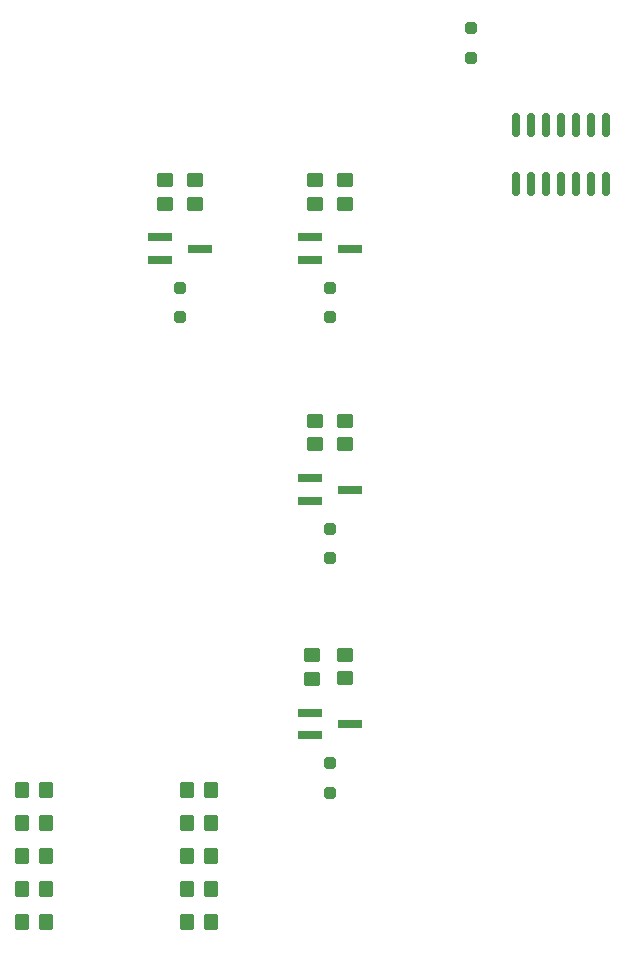
<source format=gbp>
G04 #@! TF.GenerationSoftware,KiCad,Pcbnew,7.0.7*
G04 #@! TF.CreationDate,2023-10-18T16:13:19+03:00*
G04 #@! TF.ProjectId,pcb,7063622e-6b69-4636-9164-5f7063625858,rev?*
G04 #@! TF.SameCoordinates,Original*
G04 #@! TF.FileFunction,Paste,Bot*
G04 #@! TF.FilePolarity,Positive*
%FSLAX46Y46*%
G04 Gerber Fmt 4.6, Leading zero omitted, Abs format (unit mm)*
G04 Created by KiCad (PCBNEW 7.0.7) date 2023-10-18 16:13:19*
%MOMM*%
%LPD*%
G01*
G04 APERTURE LIST*
G04 Aperture macros list*
%AMRoundRect*
0 Rectangle with rounded corners*
0 $1 Rounding radius*
0 $2 $3 $4 $5 $6 $7 $8 $9 X,Y pos of 4 corners*
0 Add a 4 corners polygon primitive as box body*
4,1,4,$2,$3,$4,$5,$6,$7,$8,$9,$2,$3,0*
0 Add four circle primitives for the rounded corners*
1,1,$1+$1,$2,$3*
1,1,$1+$1,$4,$5*
1,1,$1+$1,$6,$7*
1,1,$1+$1,$8,$9*
0 Add four rect primitives between the rounded corners*
20,1,$1+$1,$2,$3,$4,$5,0*
20,1,$1+$1,$4,$5,$6,$7,0*
20,1,$1+$1,$6,$7,$8,$9,0*
20,1,$1+$1,$8,$9,$2,$3,0*%
G04 Aperture macros list end*
%ADD10RoundRect,0.250000X0.350000X0.450000X-0.350000X0.450000X-0.350000X-0.450000X0.350000X-0.450000X0*%
%ADD11RoundRect,0.250000X-0.350000X-0.450000X0.350000X-0.450000X0.350000X0.450000X-0.350000X0.450000X0*%
%ADD12RoundRect,0.250000X-0.450000X0.350000X-0.450000X-0.350000X0.450000X-0.350000X0.450000X0.350000X0*%
%ADD13R,2.000000X0.650000*%
%ADD14RoundRect,0.250000X0.250000X-0.250000X0.250000X0.250000X-0.250000X0.250000X-0.250000X-0.250000X0*%
%ADD15RoundRect,0.250000X0.450000X-0.350000X0.450000X0.350000X-0.450000X0.350000X-0.450000X-0.350000X0*%
%ADD16RoundRect,0.250000X-0.250000X0.250000X-0.250000X-0.250000X0.250000X-0.250000X0.250000X0.250000X0*%
%ADD17RoundRect,0.150000X0.150000X-0.825000X0.150000X0.825000X-0.150000X0.825000X-0.150000X-0.825000X0*%
G04 APERTURE END LIST*
D10*
X149655000Y-145812000D03*
X147655000Y-145812000D03*
D11*
X161625048Y-134636000D03*
X163625048Y-134636000D03*
D10*
X163625048Y-140224000D03*
X161625048Y-140224000D03*
X149655000Y-134636000D03*
X147655000Y-134636000D03*
D12*
X159766000Y-82979000D03*
X159766000Y-84979000D03*
X172466000Y-82979000D03*
X172466000Y-84979000D03*
D13*
X175446000Y-129032000D03*
X172026000Y-129982000D03*
X172026000Y-128082000D03*
D14*
X173736000Y-115026000D03*
X173736000Y-112526000D03*
D13*
X175446000Y-88805000D03*
X172026000Y-89755000D03*
X172026000Y-87855000D03*
X175446000Y-109204000D03*
X172026000Y-110154000D03*
X172026000Y-108254000D03*
D15*
X175006000Y-84979000D03*
X175006000Y-82979000D03*
D10*
X163625048Y-145812000D03*
X161625048Y-145812000D03*
D11*
X161625048Y-137430000D03*
X163625048Y-137430000D03*
D16*
X185674000Y-70124000D03*
X185674000Y-72624000D03*
D14*
X173736000Y-134854000D03*
X173736000Y-132354000D03*
D15*
X162306000Y-84979000D03*
X162306000Y-82979000D03*
X172466000Y-105378000D03*
X172466000Y-103378000D03*
D17*
X197104000Y-83312000D03*
X195834000Y-83312000D03*
X194564000Y-83312000D03*
X193294000Y-83312000D03*
X192024000Y-83312000D03*
X190754000Y-83312000D03*
X189484000Y-83312000D03*
X189484000Y-78362000D03*
X190754000Y-78362000D03*
X192024000Y-78362000D03*
X193294000Y-78362000D03*
X194564000Y-78362000D03*
X195834000Y-78362000D03*
X197104000Y-78362000D03*
D12*
X172212000Y-123206000D03*
X172212000Y-125206000D03*
D10*
X149655000Y-137430000D03*
X147655000Y-137430000D03*
D14*
X173736000Y-94627000D03*
X173736000Y-92127000D03*
D12*
X175006000Y-103378000D03*
X175006000Y-105378000D03*
D10*
X149655000Y-143018000D03*
X147655000Y-143018000D03*
D11*
X147655000Y-140224000D03*
X149655000Y-140224000D03*
D15*
X175006000Y-125190000D03*
X175006000Y-123190000D03*
D14*
X161036000Y-94627000D03*
X161036000Y-92127000D03*
D10*
X163625048Y-143018000D03*
X161625048Y-143018000D03*
D13*
X162746000Y-88805000D03*
X159326000Y-89755000D03*
X159326000Y-87855000D03*
M02*

</source>
